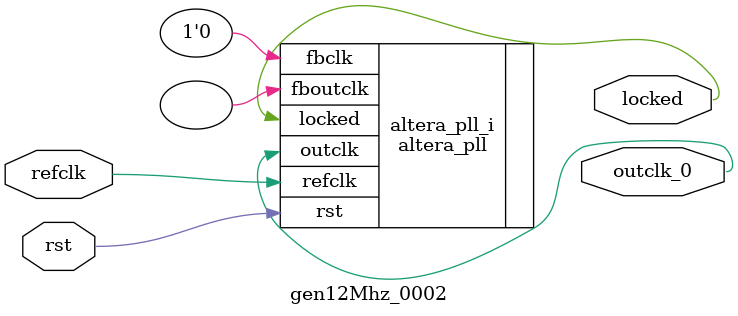
<source format=v>
`timescale 1ns/10ps
module  gen12Mhz_0002(

	// interface 'refclk'
	input wire refclk,

	// interface 'reset'
	input wire rst,

	// interface 'outclk0'
	output wire outclk_0,

	// interface 'locked'
	output wire locked
);

	altera_pll #(
		.fractional_vco_multiplier("false"),
		.reference_clock_frequency("50.0 MHz"),
		.operation_mode("direct"),
		.number_of_clocks(1),
		.output_clock_frequency0("12.000000 MHz"),
		.phase_shift0("0 ps"),
		.duty_cycle0(50),
		.output_clock_frequency1("0 MHz"),
		.phase_shift1("0 ps"),
		.duty_cycle1(50),
		.output_clock_frequency2("0 MHz"),
		.phase_shift2("0 ps"),
		.duty_cycle2(50),
		.output_clock_frequency3("0 MHz"),
		.phase_shift3("0 ps"),
		.duty_cycle3(50),
		.output_clock_frequency4("0 MHz"),
		.phase_shift4("0 ps"),
		.duty_cycle4(50),
		.output_clock_frequency5("0 MHz"),
		.phase_shift5("0 ps"),
		.duty_cycle5(50),
		.output_clock_frequency6("0 MHz"),
		.phase_shift6("0 ps"),
		.duty_cycle6(50),
		.output_clock_frequency7("0 MHz"),
		.phase_shift7("0 ps"),
		.duty_cycle7(50),
		.output_clock_frequency8("0 MHz"),
		.phase_shift8("0 ps"),
		.duty_cycle8(50),
		.output_clock_frequency9("0 MHz"),
		.phase_shift9("0 ps"),
		.duty_cycle9(50),
		.output_clock_frequency10("0 MHz"),
		.phase_shift10("0 ps"),
		.duty_cycle10(50),
		.output_clock_frequency11("0 MHz"),
		.phase_shift11("0 ps"),
		.duty_cycle11(50),
		.output_clock_frequency12("0 MHz"),
		.phase_shift12("0 ps"),
		.duty_cycle12(50),
		.output_clock_frequency13("0 MHz"),
		.phase_shift13("0 ps"),
		.duty_cycle13(50),
		.output_clock_frequency14("0 MHz"),
		.phase_shift14("0 ps"),
		.duty_cycle14(50),
		.output_clock_frequency15("0 MHz"),
		.phase_shift15("0 ps"),
		.duty_cycle15(50),
		.output_clock_frequency16("0 MHz"),
		.phase_shift16("0 ps"),
		.duty_cycle16(50),
		.output_clock_frequency17("0 MHz"),
		.phase_shift17("0 ps"),
		.duty_cycle17(50),
		.pll_type("General"),
		.pll_subtype("General")
	) altera_pll_i (
		.rst	(rst),
		.outclk	({outclk_0}),
		.locked	(locked),
		.fboutclk	( ),
		.fbclk	(1'b0),
		.refclk	(refclk)
	);
endmodule


</source>
